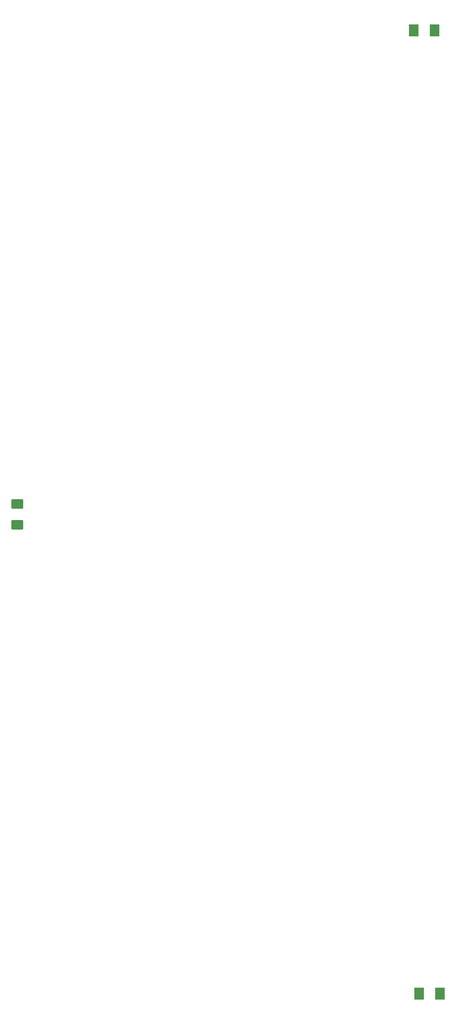
<source format=gtp>
G04 #@! TF.GenerationSoftware,KiCad,Pcbnew,8.0.0*
G04 #@! TF.CreationDate,2024-03-14T11:46:59-05:00*
G04 #@! TF.ProjectId,airplane-keychain,61697270-6c61-46e6-952d-6b6579636861,1*
G04 #@! TF.SameCoordinates,Original*
G04 #@! TF.FileFunction,Paste,Top*
G04 #@! TF.FilePolarity,Positive*
%FSLAX46Y46*%
G04 Gerber Fmt 4.6, Leading zero omitted, Abs format (unit mm)*
G04 Created by KiCad (PCBNEW 8.0.0) date 2024-03-14 11:46:59*
%MOMM*%
%LPD*%
G01*
G04 APERTURE LIST*
G04 Aperture macros list*
%AMRoundRect*
0 Rectangle with rounded corners*
0 $1 Rounding radius*
0 $2 $3 $4 $5 $6 $7 $8 $9 X,Y pos of 4 corners*
0 Add a 4 corners polygon primitive as box body*
4,1,4,$2,$3,$4,$5,$6,$7,$8,$9,$2,$3,0*
0 Add four circle primitives for the rounded corners*
1,1,$1+$1,$2,$3*
1,1,$1+$1,$4,$5*
1,1,$1+$1,$6,$7*
1,1,$1+$1,$8,$9*
0 Add four rect primitives between the rounded corners*
20,1,$1+$1,$2,$3,$4,$5,0*
20,1,$1+$1,$4,$5,$6,$7,0*
20,1,$1+$1,$6,$7,$8,$9,0*
20,1,$1+$1,$8,$9,$2,$3,0*%
G04 Aperture macros list end*
%ADD10RoundRect,0.250001X0.624999X-0.462499X0.624999X0.462499X-0.624999X0.462499X-0.624999X-0.462499X0*%
%ADD11RoundRect,0.250001X0.462499X0.624999X-0.462499X0.624999X-0.462499X-0.624999X0.462499X-0.624999X0*%
G04 APERTURE END LIST*
D10*
X82804000Y-97499500D03*
X82804000Y-94524500D03*
D11*
X142965500Y-164084000D03*
X139990500Y-164084000D03*
X142203500Y-27178000D03*
X139228500Y-27178000D03*
M02*

</source>
